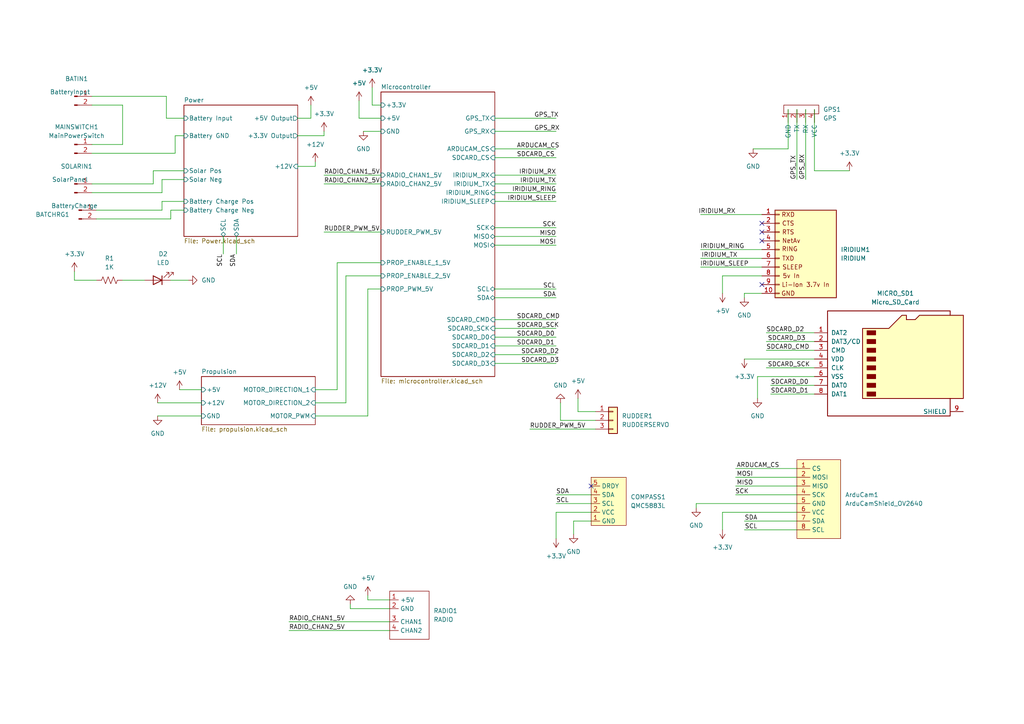
<source format=kicad_sch>
(kicad_sch (version 20211123) (generator eeschema)
  (paper "A4")
  (title_block (title "SAILBOARD") (date "2022-09-27") (rev "v1"))
  (lib_symbols
    (symbol "Connector:Conn_01x02_Male" (pin_names (offset 1.016) hide)
      (property "Reference" "J" (at 0 2.54 0))
      (property "Value" "Conn_01x02_Male" (at 0 -5.08 0))
      (symbol "Conn_01x02_Male_1_1"
        (polyline (pts (xy 1.27 -2.54) (xy 0.8636 -2.54)) (stroke (width 0.1524)))
        (polyline (pts (xy 1.27 0) (xy 0.8636 0)) (stroke (width 0.1524)))
        (rectangle (start 0.8636 -2.413) (end 0 -2.667) (stroke (width 0.1524)) (fill (type outline)))
        (rectangle (start 0.8636 0.127) (end 0 -0.127) (stroke (width 0.1524)) (fill (type outline)))
        (pin passive line (at 5.08 0 180) (length 3.81) (name "Pin_1") (number "1"))
        (pin passive line (at 5.08 -2.54 180) (length 3.81) (name "Pin_2") (number "2"))
      )
    )
    (symbol "Connector:Micro_SD_Card" (pin_names (offset 1.016))
      (property "Reference" "J" (at -16.51 15.24 0))
      (property "Value" "Micro_SD_Card" (at 16.51 15.24 0))
      (symbol "Micro_SD_Card_0_1"
        (rectangle (start -7.62 -9.525) (end -5.08 -10.795) (fill (type outline)))
        (rectangle (start -7.62 -6.985) (end -5.08 -8.255) (fill (type outline)))
        (rectangle (start -7.62 -4.445) (end -5.08 -5.715) (fill (type outline)))
        (rectangle (start -7.62 -1.905) (end -5.08 -3.175) (fill (type outline)))
        (rectangle (start -7.62 0.635) (end -5.08 -0.635) (fill (type outline)))
        (rectangle (start -7.62 3.175) (end -5.08 1.905) (fill (type outline)))
        (rectangle (start -7.62 5.715) (end -5.08 4.445) (fill (type outline)))
        (rectangle (start -7.62 8.255) (end -5.08 6.985) (fill (type outline)))
        (polyline (pts (xy 16.51 12.7) (xy 16.51 13.97) (xy -19.05 13.97) (xy -19.05 -16.51) (xy 16.51 -16.51) (xy 16.51 -11.43)) (stroke (width 0.254)))
        (polyline (pts (xy -8.89 -11.43) (xy -8.89 8.89) (xy -1.27 8.89) (xy 2.54 12.7) (xy 3.81 12.7) (xy 3.81 11.43) (xy 6.35 11.43) (xy 7.62 12.7) (xy 20.32 12.7) (xy 20.32 -11.43) (xy -8.89 -11.43)) (stroke (width 0.254)) (fill (type background)))
      )
      (symbol "Micro_SD_Card_1_1"
        (pin bidirectional line (at -22.86 7.62 0) (length 3.81) (name "DAT2") (number "1"))
        (pin bidirectional line (at -22.86 5.08 0) (length 3.81) (name "DAT3/CD") (number "2"))
        (pin input line (at -22.86 2.54 0) (length 3.81) (name "CMD") (number "3"))
        (pin power_in line (at -22.86 0 0) (length 3.81) (name "VDD") (number "4"))
        (pin input line (at -22.86 -2.54 0) (length 3.81) (name "CLK") (number "5"))
        (pin power_in line (at -22.86 -5.08 0) (length 3.81) (name "VSS") (number "6"))
        (pin bidirectional line (at -22.86 -7.62 0) (length 3.81) (name "DAT0") (number "7"))
        (pin bidirectional line (at -22.86 -10.16 0) (length 3.81) (name "DAT1") (number "8"))
        (pin passive line (at 20.32 -15.24 180) (length 3.81) (name "SHIELD") (number "9"))
      )
    )
    (symbol "Connector_Generic:Conn_01x03" (pin_names (offset 1.016) hide)
      (property "Reference" "J" (at 0 5.08 0))
      (property "Value" "Conn_01x03" (at 0 -5.08 0))
      (symbol "Conn_01x03_1_1"
        (rectangle (start -1.27 -2.413) (end 0 -2.667) (stroke (width 0.1524)))
        (rectangle (start -1.27 0.127) (end 0 -0.127) (stroke (width 0.1524)))
        (rectangle (start -1.27 2.667) (end 0 2.413) (stroke (width 0.1524)))
        (rectangle (start -1.27 3.81) (end 1.27 -3.81) (stroke (width 0.254)) (fill (type background)))
        (pin passive line (at -5.08 2.54 0) (length 3.81) (name "Pin_1") (number "1"))
        (pin passive line (at -5.08 0 0) (length 3.81) (name "Pin_2") (number "2"))
        (pin passive line (at -5.08 -2.54 0) (length 3.81) (name "Pin_3") (number "3"))
      )
    )
    (symbol "Device:LED" (pin_numbers hide) (pin_names (offset 1.016) hide)
      (property "Reference" "D" (at 0 2.54 0))
      (property "Value" "LED" (at 0 -2.54 0))
      (symbol "LED_0_1"
        (polyline (pts (xy -1.27 -1.27) (xy -1.27 1.27)) (stroke (width 0.254)))
        (polyline (pts (xy -1.27 0) (xy 1.27 0)))
        (polyline (pts (xy 1.27 -1.27) (xy 1.27 1.27) (xy -1.27 0) (xy 1.27 -1.27)) (stroke (width 0.254)))
        (polyline (pts (xy -3.048 -0.762) (xy -4.572 -2.286) (xy -3.81 -2.286) (xy -4.572 -2.286) (xy -4.572 -1.524)))
        (polyline (pts (xy -1.778 -0.762) (xy -3.302 -2.286) (xy -2.54 -2.286) (xy -3.302 -2.286) (xy -3.302 -1.524)))
      )
      (symbol "LED_1_1"
        (pin passive line (at -3.81 0 0) (length 2.54) (name "K") (number "1"))
        (pin passive line (at 3.81 0 180) (length 2.54) (name "A") (number "2"))
      )
    )
    (symbol "Device:R_US" (pin_numbers hide) (pin_names (offset 0))
      (property "Reference" "R" (at 2.54 0 90))
      (property "Value" "R_US" (at -2.54 0 90))
      (symbol "R_US_0_1"
        (polyline (pts (xy 0 -2.286) (xy 0 -2.54)))
        (polyline (pts (xy 0 2.286) (xy 0 2.54)))
        (polyline (pts (xy 0 -0.762) (xy 1.016 -1.143) (xy 0 -1.524) (xy -1.016 -1.905) (xy 0 -2.286)))
        (polyline (pts (xy 0 0.762) (xy 1.016 0.381) (xy 0 0) (xy -1.016 -0.381) (xy 0 -0.762)))
        (polyline (pts (xy 0 2.286) (xy 1.016 1.905) (xy 0 1.524) (xy -1.016 1.143) (xy 0 0.762)))
      )
      (symbol "R_US_1_1"
        (pin passive line (at 0 3.81 270) (length 1.27) (name "~") (number "1"))
        (pin passive line (at 0 -3.81 90) (length 1.27) (name "~") (number "2"))
      )
    )
    (symbol "Russell:ArduCamShield_OV2640"
      (property "Reference" "ArduCam" (at 0 0 0))
      (property "Value" "ArduCamShield_OV2640" (at 0 2.54 0))
      (symbol "ArduCamShield_OV2640_0_1"
        (rectangle (start -2.54 -1.27) (end 10.16 -24.13) (fill (type background)))
      )
      (symbol "ArduCamShield_OV2640_1_1"
        (pin passive line (at -2.54 -3.81 0) (length 3.81) (name "CS") (number "1"))
        (pin passive line (at -2.54 -6.35 0) (length 3.81) (name "MOSI") (number "2"))
        (pin passive line (at -2.54 -8.89 0) (length 3.81) (name "MISO") (number "3"))
        (pin passive line (at -2.54 -11.43 0) (length 3.81) (name "SCK") (number "4"))
        (pin passive line (at -2.54 -13.97 0) (length 3.81) (name "GND") (number "5"))
        (pin passive line (at -2.54 -16.51 0) (length 3.81) (name "VCC") (number "6"))
        (pin passive line (at -2.54 -19.05 0) (length 3.81) (name "SDA") (number "7"))
        (pin passive line (at -2.54 -21.59 0) (length 3.81) (name "SCL") (number "8"))
      )
    )
    (symbol "Russell:GPS"
      (property "Reference" "U" (at 0 -6.35 0))
      (property "Value" "GPS" (at 0 -3.81 0))
      (symbol "GPS_0_1"
        (rectangle (start -5.08 6.35) (end 5.08 3.81))
      )
      (symbol "GPS_1_1"
        (pin power_out line (at -3.81 5.08 270) (length 3.81) (name "GND") (number "1"))
        (pin bidirectional line (at -1.27 5.08 270) (length 3.81) (name "TX") (number "2"))
        (pin bidirectional line (at 1.27 5.08 270) (length 3.81) (name "RX") (number "3"))
        (pin power_in line (at 3.81 5.08 270) (length 3.81) (name "VCC") (number "4"))
      )
    )
    (symbol "Russell:IRIDIUM" (pin_names (offset 1.016) hide)
      (property "Reference" "IRIDIUM" (at 0 13.97 0))
      (property "Value" "IRIDIUM" (at 0 -15.24 0))
      (symbol "IRIDIUM_0_0"
        (text "5v In" (at 3.4382 -7.6096 0) (effects (font (size 1.27 1.27))))
        (text "CTS" (at 2.54 7.62 0) (effects (font (size 1.27 1.27))))
        (text "GND" (at 2.54 -12.7 0) (effects (font (size 1.27 1.27))))
        (text "Li-Ion 3.7v In" (at 7.62 -10.16 0) (effects (font (size 1.27 1.27))))
        (text "NetAv" (at 3.4382 2.581 0) (effects (font (size 1.27 1.27))))
        (text "RING" (at 3.0045 0.196 0) (effects (font (size 1.27 1.27))))
        (text "RTS" (at 2.54 5.08 0) (effects (font (size 1.27 1.27))))
        (text "RXD" (at 2.54 10.16 0) (effects (font (size 1.27 1.27))))
        (text "SLEEP" (at 3.81 -5.08 0) (effects (font (size 1.27 1.27))))
        (text "TXD" (at 2.54 -2.54 0) (effects (font (size 1.27 1.27))))
      )
      (symbol "IRIDIUM_1_1"
        (rectangle (start -1.27 -12.573) (end 0 -12.827) (stroke (width 0.1524)))
        (rectangle (start -1.27 -10.033) (end 0 -10.287) (stroke (width 0.1524)))
        (rectangle (start -1.27 -7.493) (end 0 -7.747) (stroke (width 0.1524)))
        (rectangle (start -1.27 -4.953) (end 0 -5.207) (stroke (width 0.1524)))
        (rectangle (start -1.27 -2.413) (end 0 -2.667) (stroke (width 0.1524)))
        (rectangle (start -1.27 0.127) (end 0 -0.127) (stroke (width 0.1524)))
        (rectangle (start -1.27 2.667) (end 0 2.413) (stroke (width 0.1524)))
        (rectangle (start -1.27 5.207) (end 0 4.953) (stroke (width 0.1524)))
        (rectangle (start -1.27 7.747) (end 0 7.493) (stroke (width 0.1524)))
        (rectangle (start -1.27 10.287) (end 0 10.033) (stroke (width 0.1524)))
        (rectangle (start -1.27 11.43) (end 16.51 -13.97) (stroke (width 0.254)) (fill (type background)))
        (pin passive line (at -5.08 10.16 0) (length 3.81) (name "RXD") (number "1"))
        (pin passive line (at -5.08 -12.7 0) (length 3.81) (name "GND") (number "10"))
        (pin passive line (at -5.08 7.62 0) (length 3.81) (name "CTS") (number "2"))
        (pin passive line (at -5.08 5.08 0) (length 3.81) (name "RTS") (number "3"))
        (pin passive line (at -5.08 2.54 0) (length 3.81) (name "NetAv") (number "4"))
        (pin passive line (at -5.08 0 0) (length 3.81) (name "RING") (number "5"))
        (pin passive line (at -5.08 -2.54 0) (length 3.81) (name "TXD") (number "6"))
        (pin passive line (at -5.08 -5.08 0) (length 3.81) (name "SLEEP") (number "7"))
        (pin passive line (at -5.08 -7.62 0) (length 3.81) (name "5V") (number "8"))
        (pin passive line (at -5.08 -10.16 0) (length 3.81) (name "Pin_9") (number "9"))
      )
    )
    (symbol "Russell:QMC5883L"
      (property "Reference" "COMPASS" (at 1.27 6.35 0))
      (property "Value" "QMC5883L" (at 0 -10.16 0))
      (symbol "QMC5883L_0_1"
        (rectangle (start -3.81 5.08) (end 6.35 -8.89) (fill (type background)))
      )
      (symbol "QMC5883L_1_1"
        (pin input line (at -3.81 -7.62 0) (length 2.54) (name "GND") (number "1"))
        (pin input line (at -3.81 -5.08 0) (length 2.54) (name "VCC") (number "2"))
        (pin bidirectional line (at -3.81 -2.54 0) (length 2.54) (name "SCL") (number "3"))
        (pin bidirectional line (at -3.81 0 0) (length 2.54) (name "SDA") (number "4"))
        (pin output line (at -3.81 2.54 0) (length 2.54) (name "DRDY") (number "5"))
      )
    )
    (symbol "Russell:RADIO"
      (property "Reference" "RADIO" (at 2.54 3.81 0))
      (property "Value" "RADIO" (at 2.54 -12.7 0))
      (symbol "RADIO_0_1"
        (rectangle (start -2.54 2.54) (end 8.89 -11.43))
      )
      (symbol "RADIO_1_1"
        (pin power_in line (at -2.54 0 0) (length 2.54) (name "+5V") (number "1"))
        (pin power_in line (at -2.54 -2.54 0) (length 2.54) (name "GND") (number "2"))
        (pin bidirectional line (at -2.54 -6.35 0) (length 2.54) (name "CHAN1") (number "3"))
        (pin bidirectional line (at -2.54 -8.89 0) (length 2.54) (name "CHAN2") (number "4"))
      )
    )
    (symbol "power:+12V" (power) (pin_names (offset 0))
      (property "Value" "+12V" (at 0 3.556 0))
      (symbol "+12V_0_1"
        (polyline (pts (xy -0.762 1.27) (xy 0 2.54)))
        (polyline (pts (xy 0 0) (xy 0 2.54)))
        (polyline (pts (xy 0 2.54) (xy 0.762 1.27)))
      )
      (symbol "+12V_1_1"
        (pin power_in line (at 0 0 90) (length 0) hide (name "+12V") (number "1"))
      )
    )
    (symbol "power:+3.3V" (power) (pin_names (offset 0))
      (property "Value" "+3.3V" (at 0 3.556 0))
      (symbol "+3.3V_0_1"
        (polyline (pts (xy -0.762 1.27) (xy 0 2.54)))
        (polyline (pts (xy 0 0) (xy 0 2.54)))
        (polyline (pts (xy 0 2.54) (xy 0.762 1.27)))
      )
      (symbol "+3.3V_1_1"
        (pin power_in line (at 0 0 90) (length 0) hide (name "+3.3V") (number "1"))
      )
    )
    (symbol "power:+5V" (power) (pin_names (offset 0))
      (property "Value" "+5V" (at 0 3.556 0))
      (symbol "+5V_0_1"
        (polyline (pts (xy -0.762 1.27) (xy 0 2.54)))
        (polyline (pts (xy 0 0) (xy 0 2.54)))
        (polyline (pts (xy 0 2.54) (xy 0.762 1.27)))
      )
      (symbol "+5V_1_1"
        (pin power_in line (at 0 0 90) (length 0) hide (name "+5V") (number "1"))
      )
    )
    (symbol "power:GND" (power) (pin_names (offset 0))
      (property "Value" "GND" (at 0 -3.81 0))
      (symbol "GND_0_1"
        (polyline (pts (xy 0 0) (xy 0 -1.27) (xy 1.27 -1.27) (xy 0 -2.54) (xy -1.27 -1.27) (xy 0 -1.27)))
      )
      (symbol "GND_1_1"
        (pin power_in line (at 0 0 270) (length 0) hide (name "GND") (number "1"))
      )
    )
  )
  (no_connect (at 171.45 140.97))
  (no_connect (at 220.98 64.77))
  (no_connect (at 220.98 67.31))
  (no_connect (at 220.98 82.55))
  (no_connect (at 220.98 69.85))
  (wire (pts (xy 107.95 30.48) (xy 107.95 25.4)))
  (wire (pts (xy 50.8 39.37) (xy 53.34 39.37)))
  (wire (pts (xy 203.2 77.47) (xy 220.98 77.47)))
  (wire (pts (xy 100.33 116.84) (xy 91.44 116.84)))
  (wire (pts (xy 166.37 151.13) (xy 171.45 151.13)))
  (wire (pts (xy 231.14 31.75) (xy 231.14 52.07)))
  (wire (pts (xy 218.44 43.18) (xy 228.6 43.18)))
  (wire (pts (xy 64.77 68.58) (xy 64.77 73.66)))
  (wire (pts (xy 222.25 99.06) (xy 236.22 99.06)))
  (wire (pts (xy 161.29 146.05) (xy 171.45 146.05)))
  (wire (pts (xy 101.6 175.26) (xy 101.6 176.53)))
  (wire (pts (xy 91.44 113.03) (xy 97.79 113.03)))
  (wire (pts (xy 167.64 119.38) (xy 172.72 119.38)))
  (wire (pts (xy 53.34 60.96) (xy 49.53 60.96)))
  (wire (pts (xy 26.67 30.48) (xy 35.56 30.48)))
  (wire (pts (xy 231.14 148.59) (xy 209.55 148.59)))
  (wire (pts (xy 143.51 38.1) (xy 161.29 38.1)))
  (wire (pts (xy 91.44 48.26) (xy 91.44 46.99)))
  (wire (pts (xy 143.51 105.41) (xy 161.29 105.41)))
  (wire (pts (xy 113.03 173.99) (xy 106.68 173.99)))
  (wire (pts (xy 35.56 81.28) (xy 41.91 81.28)))
  (wire (pts (xy 93.98 67.31) (xy 110.49 67.31)))
  (wire (pts (xy 44.45 53.34) (xy 44.45 49.53)))
  (wire (pts (xy 143.51 53.34) (xy 161.29 53.34)))
  (wire (pts (xy 219.71 109.22) (xy 219.71 115.57)))
  (wire (pts (xy 143.51 58.42) (xy 161.29 58.42)))
  (wire (pts (xy 44.45 49.53) (xy 53.34 49.53)))
  (wire (pts (xy 143.51 100.33) (xy 161.29 100.33)))
  (wire (pts (xy 48.26 27.94) (xy 48.26 34.29)))
  (wire (pts (xy 233.68 31.75) (xy 233.68 52.07)))
  (wire (pts (xy 213.36 143.51) (xy 231.14 143.51)))
  (wire (pts (xy 35.56 30.48) (xy 35.56 41.91)))
  (wire (pts (xy 143.51 71.12) (xy 161.29 71.12)))
  (wire (pts (xy 228.6 31.75) (xy 228.6 43.18)))
  (wire (pts (xy 83.82 180.34) (xy 113.03 180.34)))
  (wire (pts (xy 161.29 143.51) (xy 171.45 143.51)))
  (wire (pts (xy 106.68 120.65) (xy 106.68 83.82)))
  (wire (pts (xy 91.44 120.65) (xy 106.68 120.65)))
  (wire (pts (xy 83.82 182.88) (xy 113.03 182.88)))
  (wire (pts (xy 45.72 120.65) (xy 58.42 120.65)))
  (wire (pts (xy 203.2 62.23) (xy 220.98 62.23)))
  (wire (pts (xy 26.67 27.94) (xy 48.26 27.94)))
  (wire (pts (xy 86.36 48.26) (xy 91.44 48.26)))
  (wire (pts (xy 143.51 102.87) (xy 161.29 102.87)))
  (wire (pts (xy 203.2 72.39) (xy 220.98 72.39)))
  (wire (pts (xy 49.53 60.96) (xy 49.53 63.5)))
  (wire (pts (xy 26.67 53.34) (xy 44.45 53.34)))
  (wire (pts (xy 68.58 68.58) (xy 68.58 73.66)))
  (wire (pts (xy 143.51 86.36) (xy 161.29 86.36)))
  (wire (pts (xy 220.98 80.01) (xy 209.55 80.01)))
  (wire (pts (xy 222.25 106.68) (xy 236.22 106.68)))
  (wire (pts (xy 143.51 45.72) (xy 161.29 45.72)))
  (wire (pts (xy 223.52 114.3) (xy 236.22 114.3)))
  (wire (pts (xy 21.59 78.74) (xy 21.59 81.28)))
  (wire (pts (xy 35.56 41.91) (xy 26.67 41.91)))
  (wire (pts (xy 101.6 176.53) (xy 113.03 176.53)))
  (wire (pts (xy 45.72 116.84) (xy 58.42 116.84)))
  (wire (pts (xy 172.72 121.92) (xy 162.56 121.92)))
  (wire (pts (xy 106.68 83.82) (xy 110.49 83.82)))
  (wire (pts (xy 97.79 113.03) (xy 97.79 76.2)))
  (wire (pts (xy 215.9 151.13) (xy 231.14 151.13)))
  (wire (pts (xy 143.51 66.04) (xy 161.29 66.04)))
  (wire (pts (xy 93.98 53.34) (xy 110.49 53.34)))
  (wire (pts (xy 201.93 146.05) (xy 201.93 147.32)))
  (wire (pts (xy 46.99 58.42) (xy 53.34 58.42)))
  (wire (pts (xy 93.98 50.8) (xy 110.49 50.8)))
  (wire (pts (xy 219.71 109.22) (xy 236.22 109.22)))
  (wire (pts (xy 27.94 60.96) (xy 46.99 60.96)))
  (wire (pts (xy 203.2 74.93) (xy 220.98 74.93)))
  (wire (pts (xy 48.26 34.29) (xy 53.34 34.29)))
  (wire (pts (xy 213.36 140.97) (xy 231.14 140.97)))
  (wire (pts (xy 53.34 52.07) (xy 46.99 52.07)))
  (wire (pts (xy 49.53 81.28) (xy 54.61 81.28)))
  (wire (pts (xy 143.51 43.18) (xy 161.29 43.18)))
  (wire (pts (xy 166.37 154.94) (xy 166.37 151.13)))
  (wire (pts (xy 167.64 115.57) (xy 167.64 119.38)))
  (wire (pts (xy 110.49 30.48) (xy 107.95 30.48)))
  (wire (pts (xy 223.52 111.76) (xy 236.22 111.76)))
  (wire (pts (xy 236.22 31.75) (xy 236.22 49.53)))
  (wire (pts (xy 215.9 86.36) (xy 215.9 85.09)))
  (wire (pts (xy 143.51 83.82) (xy 161.29 83.82)))
  (wire (pts (xy 161.29 148.59) (xy 161.29 156.21)))
  (wire (pts (xy 26.67 55.88) (xy 46.99 55.88)))
  (wire (pts (xy 215.9 85.09) (xy 220.98 85.09)))
  (wire (pts (xy 46.99 52.07) (xy 46.99 55.88)))
  (wire (pts (xy 222.25 96.52) (xy 236.22 96.52)))
  (wire (pts (xy 86.36 39.37) (xy 93.98 39.37)))
  (wire (pts (xy 246.38 49.53) (xy 236.22 49.53)))
  (wire (pts (xy 209.55 80.01) (xy 209.55 85.09)))
  (wire (pts (xy 143.51 95.25) (xy 161.29 95.25)))
  (wire (pts (xy 50.8 44.45) (xy 50.8 39.37)))
  (wire (pts (xy 100.33 80.01) (xy 110.49 80.01)))
  (wire (pts (xy 143.51 68.58) (xy 161.29 68.58)))
  (wire (pts (xy 90.17 34.29) (xy 90.17 30.48)))
  (wire (pts (xy 215.9 153.67) (xy 231.14 153.67)))
  (wire (pts (xy 100.33 80.01) (xy 100.33 116.84)))
  (wire (pts (xy 171.45 148.59) (xy 161.29 148.59)))
  (wire (pts (xy 52.07 113.03) (xy 58.42 113.03)))
  (wire (pts (xy 104.14 34.29) (xy 104.14 29.21)))
  (wire (pts (xy 209.55 148.59) (xy 209.55 153.67)))
  (wire (pts (xy 143.51 55.88) (xy 161.29 55.88)))
  (wire (pts (xy 21.59 81.28) (xy 27.94 81.28)))
  (wire (pts (xy 86.36 34.29) (xy 90.17 34.29)))
  (wire (pts (xy 143.51 50.8) (xy 161.29 50.8)))
  (wire (pts (xy 143.51 92.71) (xy 161.29 92.71)))
  (wire (pts (xy 222.25 101.6) (xy 236.22 101.6)))
  (wire (pts (xy 143.51 34.29) (xy 161.29 34.29)))
  (wire (pts (xy 46.99 60.96) (xy 46.99 58.42)))
  (wire (pts (xy 162.56 121.92) (xy 162.56 116.84)))
  (wire (pts (xy 97.79 76.2) (xy 110.49 76.2)))
  (wire (pts (xy 105.41 38.1) (xy 110.49 38.1)))
  (wire (pts (xy 231.14 146.05) (xy 201.93 146.05)))
  (wire (pts (xy 104.14 34.29) (xy 110.49 34.29)))
  (wire (pts (xy 26.67 44.45) (xy 50.8 44.45)))
  (wire (pts (xy 153.67 124.46) (xy 172.72 124.46)))
  (wire (pts (xy 143.51 97.79) (xy 161.29 97.79)))
  (wire (pts (xy 93.98 39.37) (xy 93.98 38.1)))
  (wire (pts (xy 106.68 173.99) (xy 106.68 172.72)))
  (wire (pts (xy 213.36 135.89) (xy 231.14 135.89)))
  (wire (pts (xy 213.36 138.43) (xy 231.14 138.43)))
  (wire (pts (xy 27.94 63.5) (xy 49.53 63.5)))
  (wire (pts (xy 215.9 104.14) (xy 236.22 104.14)))
  (label "SCK" (at 217.17 143.51 180))
  (label "IRIDIUM_TX" (at 213.9202 74.93 180))
  (label "SDCARD_D0" (at 149.86 97.79 0))
  (label "SDA" (at 161.29 143.51 0))
  (label "IRIDIUM_SLEEP" (at 161.29 58.42 180))
  (label "SDCARD_CMD" (at 222.25 101.6 0))
  (label "SDCARD_D3" (at 233.68 99.06 180))
  (label "IRIDIUM_SLEEP" (at 217.17 77.47 180))
  (label "SDA" (at 219.71 151.13 180))
  (label "RADIO_CHAN2_5V" (at 83.82 182.88 0))
  (label "MOSI" (at 161.29 71.12 180))
  (label "SDCARD_CMD" (at 149.86 92.71 0))
  (label "RADIO_CHAN1_5V" (at 93.98 50.8 0))
  (label "ARDUCAM_CS" (at 226.06 135.89 180))
  (label "MISO" (at 218.44 140.97 180))
  (label "IRIDIUM_RING" (at 215.9 72.39 180))
  (label "GPS_RX" (at 154.94 38.1 0))
  (label "IRIDIUM_RX" (at 213.36 62.23 180))
  (label "SDCARD_D0" (at 223.52 111.76 0))
  (label "SCL" (at 219.71 153.67 180))
  (label "IRIDIUM_RING" (at 161.29 55.88 180))
  (label "SDA" (at 157.48 86.36 0))
  (label "SDCARD_D2" (at 222.25 96.52 0))
  (label "MISO" (at 161.29 68.58 180))
  (label "RUDDER_PWM_5V" (at 153.67 124.46 0))
  (label "SDCARD_D3" (at 151.13 105.41 0))
  (label "SCL" (at 64.77 73.66 270))
  (label "SDCARD_SCK" (at 149.86 95.25 0))
  (label "SCL" (at 161.29 146.05 0))
  (label "SDCARD_D1" (at 223.52 114.3 0))
  (label "SCK" (at 161.29 66.04 180))
  (label "SDA" (at 68.58 73.66 270))
  (label "SDCARD_SCK" (at 234.95 106.68 180))
  (label "GPS_TX" (at 231.14 52.07 90))
  (label "IRIDIUM_TX" (at 161.29 53.34 180))
  (label "RADIO_CHAN2_5V" (at 93.98 53.34 0))
  (label "GPS_TX" (at 154.94 34.29 0))
  (label "SDCARD_D1" (at 149.86 100.33 0))
  (label "MOSI" (at 218.44 138.43 180))
  (label "SDCARD_D2" (at 151.13 102.87 0))
  (label "GPS_RX" (at 233.68 52.07 90))
  (label "RUDDER_PWM_5V" (at 93.98 67.31 0))
  (label "SCL" (at 157.48 83.82 0))
  (label "ARDUCAM_CS" (at 149.86 43.18 0))
  (label "SDCARD_CS" (at 149.86 45.72 0))
  (label "RADIO_CHAN1_5V" (at 83.82 180.34 0))
  (label "IRIDIUM_RX" (at 161.29 50.8 180))
  (symbol (lib_id "Russell:IRIDIUM") (at 226.06 72.39 0) (unit 1)
    (property "Reference" "IRIDIUM1" (at 243.84 72.3899 0) (effects (justify left)))
    (property "Value" "IRIDIUM" (at 243.84 74.9299 0) (effects (justify left)))
    (property "Footprint" "Connector_Molex:Molex_PicoBlade_53047-1010_1x10_P1.25mm_Vertical" (effects hide))
  )
  (symbol (lib_id "power:+5V") (at 104.14 29.21 0) (unit 1)
    (property "Reference" "#PWR0105" (effects hide))
    (property "Value" "+5V" (at 104.14 24.13 0))
  )
  (symbol (lib_id "Connector:Conn_01x02_Male") (at 21.59 41.91 0) (unit 1)
    (property "Reference" "MAINSWITCH1" (at 22.225 36.83 0))
    (property "Value" "MainPowerSwitch" (at 22.225 39.37 0))
    (property "Footprint" "Connector_JST:JST_XH_B2B-XH-A_1x02_P2.50mm_Vertical" (effects hide))
  )
  (symbol (lib_id "Russell:QMC5883L") (at 175.26 143.51 0) (unit 1)
    (property "Reference" "COMPASS1" (at 182.88 144.1449 0) (effects (justify left)))
    (property "Value" "QMC5883L" (at 182.88 146.6849 0) (effects (justify left)))
    (property "Footprint" "Connector_PinHeader_2.54mm:PinHeader_1x05_P2.54mm_Vertical" (effects hide))
    (property "Datasheet" "http://wiki.sunfounder.cc/index.php?title=QMC5883L" (effects hide))
  )
  (symbol (lib_id "Connector:Conn_01x02_Male") (at 21.59 27.94 0) (unit 1)
    (property "Reference" "BATIN1" (at 22.225 22.86 0))
    (property "Value" "BatteryInput" (at 20.32 26.67 0))
    (property "Footprint" "Connector_JST:JST_XH_B2B-XH-A_1x02_P2.50mm_Vertical" (effects hide))
  )
  (symbol (lib_id "power:+3.3V") (at 107.95 25.4 0) (unit 1)
    (property "Reference" "#PWR0129" (effects hide))
    (property "Value" "+3.3V" (at 107.95 20.32 0))
  )
  (symbol (lib_id "Connector_Generic:Conn_01x03") (at 177.8 121.92 0) (unit 1)
    (property "Reference" "RUDDER1" (at 180.34 120.6499 0) (effects (justify left)))
    (property "Value" "RUDDERSERVO" (at 180.34 123.1899 0) (effects (justify left)))
    (property "Footprint" "Connector_JST:JST_XH_B3B-XH-A_1x03_P2.50mm_Vertical" (effects hide))
  )
  (symbol (lib_id "power:GND") (at 54.61 81.28 90) (unit 1)
    (property "Reference" "#PWR0135" (effects hide))
    (property "Value" "GND" (at 58.42 81.2799 90) (effects (justify right)))
  )
  (symbol (lib_id "power:GND") (at 201.93 147.32 0) (unit 1)
    (property "Reference" "#PWR0121" (effects hide))
    (property "Value" "GND" (at 201.93 152.4 0))
  )
  (symbol (lib_id "power:+3.3V") (at 209.55 153.67 180) (unit 1)
    (property "Reference" "#PWR0119" (effects hide))
    (property "Value" "+3.3V" (at 209.55 158.75 0))
  )
  (symbol (lib_id "Russell:RADIO") (at 115.57 173.99 0) (unit 1)
    (property "Reference" "RADIO1" (at 125.73 177.1649 0) (effects (justify left)))
    (property "Value" "RADIO" (at 125.73 179.7049 0) (effects (justify left)))
    (property "Footprint" "Connector_PinHeader_2.54mm:PinHeader_1x04_P2.54mm_Vertical" (effects hide))
  )
  (symbol (lib_id "power:+12V") (at 91.44 46.99 0) (unit 1)
    (property "Reference" "#PWR0125" (effects hide))
    (property "Value" "+12V" (at 91.44 41.91 0))
  )
  (symbol (lib_id "power:GND") (at 166.37 154.94 0) (unit 1)
    (property "Reference" "#PWR0132" (effects hide))
    (property "Value" "GND" (at 166.37 160.02 0))
  )
  (symbol (lib_id "power:GND") (at 45.72 120.65 0) (unit 1)
    (property "Reference" "#PWR0123" (effects hide))
    (property "Value" "GND" (at 45.72 125.73 0))
  )
  (symbol (lib_id "power:GND") (at 219.71 115.57 0) (unit 1)
    (property "Reference" "#PWR0120" (effects hide))
    (property "Value" "GND" (at 219.71 120.65 0))
  )
  (symbol (lib_id "power:GND") (at 105.41 38.1 0) (unit 1)
    (property "Reference" "#PWR0106" (effects hide))
    (property "Value" "GND" (at 105.41 43.18 0))
  )
  (symbol (lib_id "power:GND") (at 162.56 116.84 180) (unit 1)
    (property "Reference" "#PWR0133" (effects hide))
    (property "Value" "GND" (at 162.56 111.76 0))
  )
  (symbol (lib_id "power:GND") (at 218.44 43.18 0) (unit 1)
    (property "Reference" "#PWR0101" (effects hide))
    (property "Value" "GND" (at 218.44 48.26 0))
  )
  (symbol (lib_id "Connector:Conn_01x02_Male") (at 21.59 53.34 0) (unit 1)
    (property "Reference" "SOLARIN1" (at 22.225 48.26 0))
    (property "Value" "SolarPanel" (at 20.32 52.07 0))
    (property "Footprint" "Connector_JST:JST_XH_B2B-XH-A_1x02_P2.50mm_Vertical" (effects hide))
  )
  (symbol (lib_id "power:+3.3V") (at 246.38 49.53 0) (unit 1)
    (property "Reference" "#PWR0102" (effects hide))
    (property "Value" "+3.3V" (at 246.38 44.45 0))
  )
  (symbol (lib_id "Russell:ArduCamShield_OV2640") (at 233.68 132.08 0) (unit 1)
    (property "Reference" "ArduCam1" (at 245.11 143.5099 0) (effects (justify left)))
    (property "Value" "ArduCamShield_OV2640" (at 245.11 146.0499 0) (effects (justify left)))
    (property "Footprint" "Connector_PinHeader_2.54mm:PinHeader_1x08_P2.54mm_Vertical" (effects hide))
  )
  (symbol (lib_id "power:+3.3V") (at 93.98 38.1 0) (unit 1)
    (property "Reference" "#PWR0104" (effects hide))
    (property "Value" "+3.3V" (at 93.98 33.02 0))
  )
  (symbol (lib_id "power:+5V") (at 209.55 85.09 180) (unit 1)
    (property "Reference" "#PWR0127" (effects hide))
    (property "Value" "+5V" (at 209.55 90.17 0))
  )
  (symbol (lib_id "power:+5V") (at 52.07 113.03 0) (unit 1)
    (property "Reference" "#PWR0130" (effects hide))
    (property "Value" "+5V" (at 52.07 107.95 0))
  )
  (symbol (lib_id "power:+3.3V") (at 21.59 78.74 0) (unit 1)
    (property "Reference" "#PWR0136" (effects hide))
    (property "Value" "+3.3V" (at 21.59 73.66 0))
  )
  (symbol (lib_id "Device:LED") (at 45.72 81.28 180) (unit 1)
    (property "Reference" "D2" (at 47.3075 73.66 0))
    (property "Value" "LED" (at 47.3075 76.2 0))
    (property "Footprint" "LED_SMD:LED_0603_1608Metric" (effects hide))
  )
  (symbol (lib_id "Connector:Conn_01x02_Male") (at 22.86 60.96 0) (unit 1)
    (property "Reference" "BATCHRG1" (at 15.24 62.23 0))
    (property "Value" "BatteryCharge" (at 21.59 59.69 0))
    (property "Footprint" "Connector_JST:JST_XH_B2B-XH-A_1x02_P2.50mm_Vertical" (effects hide))
  )
  (symbol (lib_id "Device:R_US") (at 31.75 81.28 90) (unit 1)
    (property "Reference" "R1" (at 31.75 74.93 90))
    (property "Value" "1K" (at 31.75 77.47 90))
    (property "Footprint" "Resistor_SMD:R_0603_1608Metric" (effects hide))
  )
  (symbol (lib_id "power:+12V") (at 45.72 116.84 0) (unit 1)
    (property "Reference" "#PWR0124" (effects hide))
    (property "Value" "+12V" (at 45.72 111.76 0))
  )
  (symbol (lib_id "Connector:Micro_SD_Card") (at 259.08 104.14 0) (unit 1)
    (property "Reference" "MICRO_SD1" (at 259.715 85.09 0))
    (property "Value" "Micro_SD_Card" (at 259.715 87.63 0))
    (property "Footprint" "Connector_Card:microSD_HC_Molex_104031-0811" (effects hide))
    (property "Datasheet" "http://katalog.we-online.de/em/datasheet/693072010801.pdf" (effects hide))
  )
  (symbol (lib_id "power:+3.3V") (at 215.9 104.14 180) (unit 1)
    (property "Reference" "#PWR0122" (effects hide))
    (property "Value" "+3.3V" (at 215.9 109.22 0))
  )
  (symbol (lib_id "power:GND") (at 101.6 175.26 180) (unit 1)
    (property "Reference" "#PWR0137" (effects hide))
    (property "Value" "GND" (at 101.6 170.18 0))
  )
  (symbol (lib_id "power:GND") (at 215.9 86.36 0) (unit 1)
    (property "Reference" "#PWR0126" (effects hide))
    (property "Value" "GND" (at 215.9 91.44 0))
  )
  (symbol (lib_id "power:+3.3V") (at 161.29 156.21 180) (unit 1)
    (property "Reference" "#PWR0128" (effects hide))
    (property "Value" "+3.3V" (at 161.29 161.29 0))
  )
  (symbol (lib_id "power:+5V") (at 167.64 115.57 0) (unit 1)
    (property "Reference" "#PWR0134" (effects hide))
    (property "Value" "+5V" (at 167.64 110.49 0))
  )
  (symbol (lib_id "Russell:GPS") (at 232.41 36.83 0) (unit 1)
    (property "Reference" "GPS1" (at 238.76 31.7499 0) (effects (justify left)))
    (property "Value" "GPS" (at 238.76 34.2899 0) (effects (justify left)))
    (property "Footprint" "Connector_PinHeader_2.54mm:PinHeader_1x04_P2.54mm_Vertical" (effects hide))
  )
  (symbol (lib_id "power:+5V") (at 90.17 30.48 0) (unit 1)
    (property "Reference" "#PWR0103" (effects hide))
    (property "Value" "+5V" (at 90.17 25.4 0))
  )
  (symbol (lib_id "power:+5V") (at 106.68 172.72 0) (unit 1)
    (property "Reference" "#PWR0138" (effects hide))
    (property "Value" "+5V" (at 106.68 167.64 0))
  )
  (sheet (at 53.34 30.48) (size 33.02 38.1) (stroke (width 0.1524))
    (property "Sheet name" "Power" (at 53.34 29.7684 0) (effects (justify left bottom)))
    (property "Sheet file" "Power.kicad_sch" (at 53.34 69.1646 0) (effects (justify left top)))
    (pin "+3.3V Output" output (at 86.36 39.37 0))
    (pin "+5V Output" output (at 86.36 34.29 0))
    (pin "Battery GND" input (at 53.34 39.37 180))
    (pin "Battery Input" input (at 53.34 34.29 180))
    (pin "SCL" bidirectional (at 64.77 68.58 270))
    (pin "SDA" bidirectional (at 68.58 68.58 270))
    (pin "+12V" input (at 86.36 48.26 0))
    (pin "Battery Charge Neg" input (at 53.34 60.96 180))
    (pin "Battery Charge Pos" input (at 53.34 58.42 180))
    (pin "Solar Pos" input (at 53.34 49.53 180))
    (pin "Solar Neg" input (at 53.34 52.07 180))
  )
  (sheet (at 110.49 26.67) (size 33.02 82.55) (stroke (width 0.1524))
    (property "Sheet name" "Microcontroller" (at 110.49 25.9584 0) (effects (justify left bottom)))
    (property "Sheet file" "microcontroller.kicad_sch" (at 110.49 109.8046 0) (effects (justify left top)))
    (pin "GPS_TX" input (at 143.51 34.29 0))
    (pin "GPS_RX" input (at 143.51 38.1 0))
    (pin "+5V" input (at 110.49 34.29 180))
    (pin "GND" input (at 110.49 38.1 180))
    (pin "SDA" bidirectional (at 143.51 86.36 0))
    (pin "SCL" bidirectional (at 143.51 83.82 0))
    (pin "MISO" bidirectional (at 143.51 68.58 0))
    (pin "MOSI" bidirectional (at 143.51 71.12 0))
    (pin "SCK" bidirectional (at 143.51 66.04 0))
    (pin "IRIDIUM_RX" input (at 143.51 50.8 0))
    (pin "IRIDIUM_TX" input (at 143.51 53.34 0))
    (pin "IRIDIUM_RING" input (at 143.51 55.88 0))
    (pin "IRIDIUM_SLEEP" input (at 143.51 58.42 0))
    (pin "PROP_ENABLE_2_5V" input (at 110.49 80.01 180))
    (pin "PROP_ENABLE_1_5V" input (at 110.49 76.2 180))
    (pin "PROP_PWM_5V" input (at 110.49 83.82 180))
    (pin "RUDDER_PWM_5V" input (at 110.49 67.31 180))
    (pin "RADIO_CHAN1_5V" input (at 110.49 50.8 180))
    (pin "RADIO_CHAN2_5V" input (at 110.49 53.34 180))
    (pin "+3.3V" input (at 110.49 30.48 180))
    (pin "ARDUCAM_CS" input (at 143.51 43.18 0))
    (pin "SDCARD_CS" input (at 143.51 45.72 0))
    (pin "SDCARD_SCK" input (at 143.51 95.25 0))
    (pin "SDCARD_D2" input (at 143.51 102.87 0))
    (pin "SDCARD_D3" input (at 143.51 105.41 0))
    (pin "SDCARD_D0" input (at 143.51 97.79 0))
    (pin "SDCARD_CMD" input (at 143.51 92.71 0))
    (pin "SDCARD_D1" input (at 143.51 100.33 0))
  )
  (sheet (at 58.42 109.22) (size 33.02 13.97) (stroke (width 0.1524))
    (property "Sheet name" "Propulsion" (at 58.42 108.5084 0) (effects (justify left bottom)))
    (property "Sheet file" "propulsion.kicad_sch" (at 58.42 123.7746 0) (effects (justify left top)))
    (pin "MOTOR_PWM" input (at 91.44 120.65 0))
    (pin "+12V" input (at 58.42 116.84 180))
    (pin "GND" input (at 58.42 120.65 180))
    (pin "MOTOR_DIRECTION_1" input (at 91.44 113.03 0))
    (pin "MOTOR_DIRECTION_2" input (at 91.44 116.84 0))
    (pin "+5V" input (at 58.42 113.03 180))
  )
)
</source>
